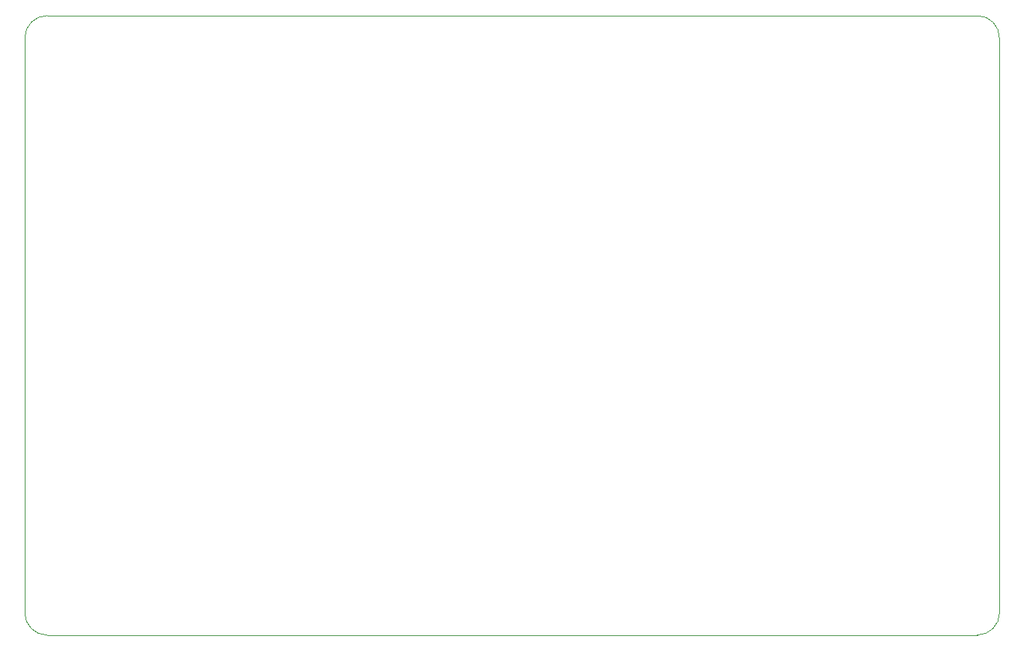
<source format=gbr>
%TF.GenerationSoftware,KiCad,Pcbnew,7.0.7*%
%TF.CreationDate,2023-09-12T01:41:05+09:00*%
%TF.ProjectId,maincircuit,6d61696e-6369-4726-9375-69742e6b6963,rev?*%
%TF.SameCoordinates,Original*%
%TF.FileFunction,Profile,NP*%
%FSLAX46Y46*%
G04 Gerber Fmt 4.6, Leading zero omitted, Abs format (unit mm)*
G04 Created by KiCad (PCBNEW 7.0.7) date 2023-09-12 01:41:05*
%MOMM*%
%LPD*%
G01*
G04 APERTURE LIST*
%TA.AperFunction,Profile*%
%ADD10C,0.100000*%
%TD*%
G04 APERTURE END LIST*
D10*
X22500000Y-19900000D02*
X127500000Y-19900000D01*
X130000000Y-22500000D02*
X130000000Y-87400000D01*
X20000000Y-87400000D02*
X20000000Y-22400000D01*
X130000000Y-22500000D02*
G75*
G03*
X127500000Y-19898001I-2500000J100000D01*
G01*
X20000000Y-87400000D02*
G75*
G03*
X22500000Y-89900000I2500000J0D01*
G01*
X22500000Y-19900000D02*
G75*
G03*
X20000000Y-22400000I0J-2500000D01*
G01*
X127500000Y-89900000D02*
G75*
G03*
X130000000Y-87400000I0J2500000D01*
G01*
X127500000Y-89900000D02*
X22500000Y-89900000D01*
M02*

</source>
